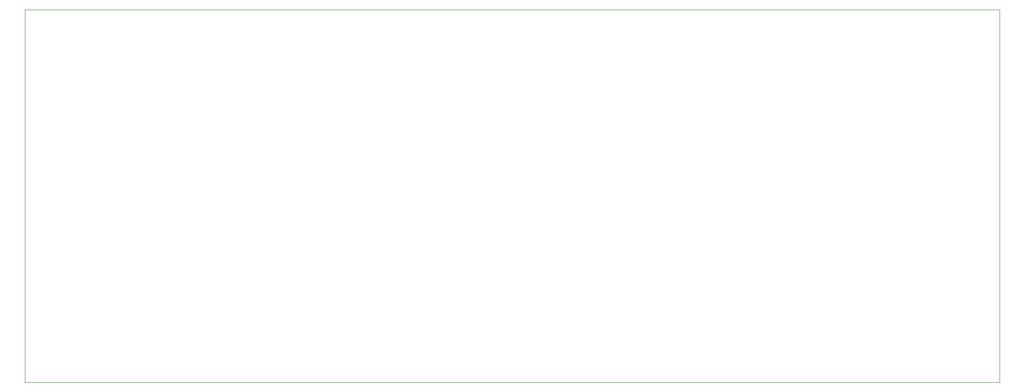
<source format=gbr>
%TF.GenerationSoftware,KiCad,Pcbnew,(6.0.10)*%
%TF.CreationDate,2023-01-19T14:06:35+05:30*%
%TF.ProjectId,KiCad PCB 11 - EE356 PCB 9 (2023-01-19),4b694361-6420-4504-9342-203131202d20,rev?*%
%TF.SameCoordinates,Original*%
%TF.FileFunction,Profile,NP*%
%FSLAX46Y46*%
G04 Gerber Fmt 4.6, Leading zero omitted, Abs format (unit mm)*
G04 Created by KiCad (PCBNEW (6.0.10)) date 2023-01-19 14:06:35*
%MOMM*%
%LPD*%
G01*
G04 APERTURE LIST*
%TA.AperFunction,Profile*%
%ADD10C,0.100000*%
%TD*%
G04 APERTURE END LIST*
D10*
X266700000Y-93980000D02*
X87630000Y-93980000D01*
X266700000Y-25400000D02*
X266700000Y-93980000D01*
X87630000Y-93980000D02*
X87630000Y-25400000D01*
X87630000Y-25400000D02*
X266700000Y-25400000D01*
M02*

</source>
